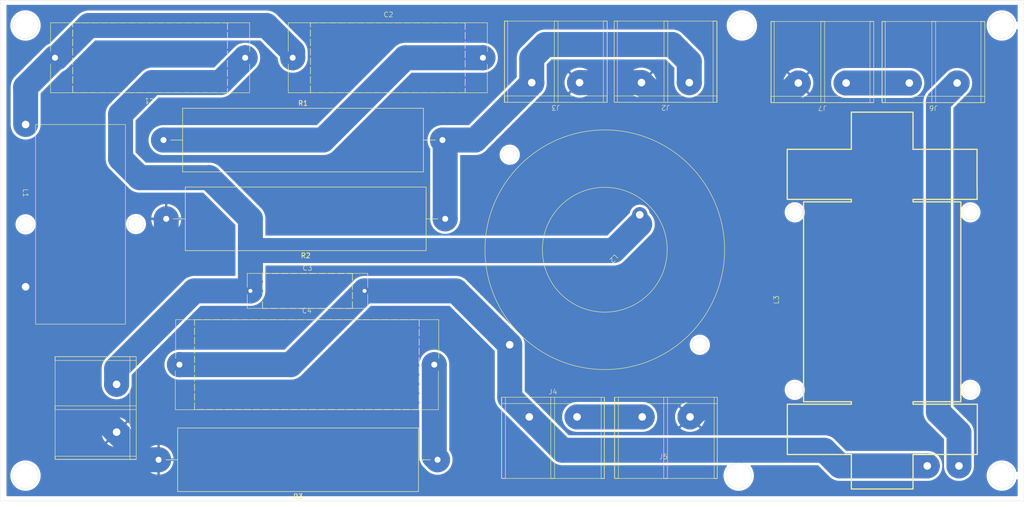
<source format=kicad_pcb>
(kicad_pcb (version 20240108) (generator "pcbnew") (generator_version "8.0")
  (layers (0 "F.Cu" signal) (31 "B.Cu" signal) (34 "B.Paste" user) (35 "F.Paste" user) (36 "B.SilkS" user "B.Silkscreen") (37 "F.SilkS" user "F.Silkscreen") (38 "B.Mask" user) (39 "F.Mask" user) (44 "Edge.Cuts" user))
  (net 0 "")
  (net 1 "IN+")
  (net 2 "Net-(J2-Pin_1)")
  (net 3 "IN-")
  (net 4 "Net-(J4-Pin_1)")
  (net 5 "Net-(J4-Pin_2)")
  (net 6 "Net-(J6-Pin_2)")
  (net 7 "Net-(C1-Pad2)")
  (net 8 "Net-(C2-Pad2)")
  (net 9 "Net-(C4-Pad2)")
  (net 10 "Net-(J6-Pin_1)")
  (footprint "stephenhouser:C_Audio_31x14" (layer "F.Cu") (at 77.027 35.674 180)
    (property "Reference" "C1" (at 19.177 -8.636 180) (layer "F.SilkS") (effects (font (thickness 0.1))))
    (property "Value" "C")
    (fp_line (start 38.989 7.0125) (end 38.989 1.2625) (stroke (width 0.1)) (layer "F.SilkS"))
    (fp_line (start 38.989 -6.985) (end 38.989 -1.235) (stroke (width 0.1)) (layer "F.SilkS"))
    (fp_line (start -0.889 7.0125) (end 38.989 7.0125) (stroke (width 0.1)) (layer "F.SilkS"))
    (fp_line (start -0.889 1.2625) (end -0.889 7.0125) (stroke (width 0.1)) (layer "F.SilkS"))
    (fp_line (start -0.889 -1.2625) (end -0.889 -7.0125) (stroke (width 0.1)) (layer "F.SilkS"))
    (fp_line (start -0.889 -7.0125) (end 38.989 -7.0125) (stroke (width 0.1)) (layer "F.SilkS"))
    (fp_rect (start 3.55 -7) (end 34.55 7) (stroke (width 0.125) (type dash)) (fill none) (layer "F.SilkS"))
    (pad "1" thru_hole circle (at 0 0 180) (size 5 5) (drill 1.2) (layers "*.Cu" "*.Mask") (net 1 "IN+"))
    (pad "2" thru_hole circle (at 38.1 0 180) (size 5 5) (drill 1.2) (layers "*.Cu" "*.Mask") (net 7 "Net-(C1-Pad2)"))
  )
  (footprint "stephenhouser:L_Audio_D40_W18_Vertical" (layer "F.Cu") (at 33.045 49.047 -90)
    (property "Reference" "L1" (at 13.716 0 -90) (layer "F.SilkS") (effects (font (thickness 0.1))))
    (property "Value" "L")
    (fp_rect (start 0 -20) (end 40 -2) (stroke (width 0.1)) (fill none) (layer "F.SilkS"))
    (fp_circle (center 20 0) (end 21.524 0) (stroke (width 0.05)) (fill none) (layer "Edge.Cuts"))
    (fp_circle (center 19.939 -22.098) (end 21.463 -22.098) (stroke (width 0.05)) (fill none) (layer "Edge.Cuts"))
    (pad "1" thru_hole circle (at 0 0 270) (size 3.048 3.048) (drill 1.524) (layers "*.Cu" "*.Mask") (net 7 "Net-(C1-Pad2)"))
    (pad "2" thru_hole circle (at 32.512 0 270) (size 3.048 3.048) (drill 1.524) (layers "*.Cu" "*.Mask") (net 3 "IN-"))
  )
  (footprint "stephenhouser:L_Audio_61x38_Iron" (layer "F.Cu") (at 220.018 117.436 90)
    (property "Reference" "L3" (at 33.274 -36.576 90) (layer "F.SilkS") (effects (font (thickness 0.1))))
    (property "Value" "L")
    (fp_poly (pts (xy 63.416858 -21.556288) (xy 70.866 -21.556288) (xy 70.866 -9.202521) (xy 63.416858 -9.202521) (xy 63.416858 3.621507) (xy 55.36307 3.621507) (xy 55.36307 3.646822) (xy 53.387484 3.646822) (xy 53.387484 -9.202521) (xy 52.885188 -9.202521) (xy 52.885188 0.373125) (xy 12.854556 0.373125) (xy 12.854556 -9.202521) (xy 12.355884 -9.202521) (xy 12.355884 3.671632) (xy 2.288798 3.671632) (xy 2.288798 -9.202521) (xy -4.62293 -9.202521) (xy -4.62293 -21.556288) (xy 2.288798 -21.556288) (xy 2.288798 -34.380827) (xy 12.355884 -34.380827) (xy 12.355884 -21.556288) (xy 12.854556 -21.556288) (xy 12.854556 -31.131926) (xy 52.885188 -31.131926) (xy 52.885188 -21.556288) (xy 53.387484 -21.556288) (xy 53.387484 -34.405631) (xy 63.416858 -34.405631)) (stroke (width 0.25)) (fill none) (layer "F.SilkS"))
    (fp_circle (center 50.8 -32.893) (end 52.324 -32.893) (stroke (width 0.05)) (fill none) (layer "Edge.Cuts"))
    (fp_circle (center 15.24 -32.893) (end 16.764 -32.893) (stroke (width 0.05)) (fill none) (layer "Edge.Cuts"))
    (fp_circle (center 50.8 2.286) (end 52.324 2.286) (stroke (width 0.05)) (fill none) (layer "Edge.Cuts"))
    (fp_circle (center 15.24 2.286) (end 16.764 2.286) (stroke (width 0.05)) (fill none) (layer "Edge.Cuts"))
    (pad "1" thru_hole circle (at 0 -6.35 90) (size 5 5) (drill 1.524) (layers "*.Cu" "*.Mask") (net 4 "Net-(J4-Pin_1)"))
    (pad "2" thru_hole circle (at 0 0 90) (size 5 5) (drill 1.524) (layers "*.Cu" "*.Mask") (net 10 "Net-(J6-Pin_1)"))
  )
  (footprint "Resistor_THT:R_Axial_Power_L48.0mm_W12.5mm_P55.88mm" (layer "F.Cu") (at 60.675 52.161)
    (property "Reference" "R1" (at 27.94 -7.37 0) (layer "F.SilkS"))
    (property "Value" "R")
    (fp_line (start 1.44 0) (end 3.82 0) (stroke (width 0.12)) (layer "F.SilkS"))
    (fp_line (start 3.82 -6.37) (end 3.82 6.37) (stroke (width 0.12)) (layer "F.SilkS"))
    (fp_line (start 3.82 6.37) (end 52.06 6.37) (stroke (width 0.12)) (layer "F.SilkS"))
    (fp_line (start 52.06 -6.37) (end 3.82 -6.37) (stroke (width 0.12)) (layer "F.SilkS"))
    (fp_line (start 52.06 6.37) (end 52.06 -6.37) (stroke (width 0.12)) (layer "F.SilkS"))
    (fp_line (start 54.44 0) (end 52.06 0) (stroke (width 0.12)) (layer "F.SilkS"))
    (pad "1" thru_hole circle (at 0 0) (size 5 5) (drill 1.2) (layers "*.Cu" "*.Mask") (net 8 "Net-(C2-Pad2)"))
    (pad "2" thru_hole oval (at 55.88 0) (size 5 5) (drill 1.2) (layers "*.Cu" "*.Mask") (net 2 "Net-(J2-Pin_1)"))
  )
  (footprint "Resistor_THT:R_Axial_Power_L48.0mm_W12.5mm_P55.88mm" (layer "F.Cu") (at 115.565 116.205 180)
    (property "Reference" "R3" (at 27.94 -7.37 0) (layer "F.SilkS"))
    (property "Value" "R")
    (fp_line (start 54.44 0) (end 52.06 0) (stroke (width 0.12)) (layer "F.SilkS"))
    (fp_line (start 52.06 6.37) (end 52.06 -6.37) (stroke (width 0.12)) (layer "F.SilkS"))
    (fp_line (start 52.06 -6.37) (end 3.82 -6.37) (stroke (width 0.12)) (layer "F.SilkS"))
    (fp_line (start 3.82 6.37) (end 52.06 6.37) (stroke (width 0.12)) (layer "F.SilkS"))
    (fp_line (start 3.82 -6.37) (end 3.82 6.37) (stroke (width 0.12)) (layer "F.SilkS"))
    (fp_line (start 1.44 0) (end 3.82 0) (stroke (width 0.12)) (layer "F.SilkS"))
    (pad "1" thru_hole circle (at 0 0 180) (size 5 5) (drill 1.2) (layers "*.Cu" "*.Mask") (net 9 "Net-(C4-Pad2)"))
    (pad "2" thru_hole oval (at 55.88 0 180) (size 5 5) (drill 1.2) (layers "*.Cu" "*.Mask") (net 3 "IN-"))
  )
  (footprint "stephenhouser:screw_terminal_01x02_p9.5mm" (layer "F.Cu") (at 128.5325 119.8127)
    (property "Reference" "J4" (at 10.16 -17.2132 0) (layer "F.SilkS") (effects (font (thickness 0.1))))
    (property "Value" "MF1")
    (fp_rect (start -0.127 -16.129) (end 0.635 0.127) (stroke (width 0.1)) (fill none) (layer "F.SilkS"))
    (fp_rect (start -0.127 -16.129) (end 20.447 -14.859) (stroke (width 0.1)) (fill none) (layer "F.SilkS"))
    (fp_rect (start -0.127 -16.129) (end 20.447 0.127) (stroke (width 0.1)) (fill none) (layer "F.SilkS"))
    (fp_rect (start 9.7155 -16.129) (end 10.4775 0.127) (stroke (width 0.1)) (fill none) (layer "F.SilkS"))
    (fp_rect (start 19.812 -16.129) (end 20.447 0.127) (stroke (width 0.1)) (fill none) (layer "F.SilkS"))
    (pad "1" thru_hole circle (at 5.4102 -12.192) (size 5 5) (drill 1.524) (layers "*.Cu" "*.Mask") (net 4 "Net-(J4-Pin_1)"))
    (pad "2" thru_hole circle (at 14.986 -12.192) (size 5 5) (drill 1.524) (layers "*.Cu" "*.Mask") (net 5 "Net-(J4-Pin_2)"))
  )
  (footprint "stephenhouser:screw_terminal_01x02_p9.5mm" (layer "F.Cu") (at 149.421 28.464 180)
    (property "Reference" "J3" (at 10.16 -17.2132 180) (layer "F.SilkS") (effects (font (thickness 0.1))))
    (property "Value" "HF2")
    (fp_rect (start 19.812 -16.129) (end 20.447 0.127) (stroke (width 0.1)) (fill none) (layer "F.SilkS"))
    (fp_rect (start 9.7155 -16.129) (end 10.4775 0.127) (stroke (width 0.1)) (fill none) (layer "F.SilkS"))
    (fp_rect (start -0.127 -16.129) (end 20.447 0.127) (stroke (width 0.1)) (fill none) (layer "F.SilkS"))
    (fp_rect (start -0.127 -16.129) (end 20.447 -14.859) (stroke (width 0.1)) (fill none) (layer "F.SilkS"))
    (fp_rect (start -0.127 -16.129) (end 0.635 0.127) (stroke (width 0.1)) (fill none) (layer "F.SilkS"))
    (pad "1" thru_hole circle (at 5.4102 -12.192 180) (size 5 5) (drill 1.524) (layers "*.Cu" "*.Mask") (net 3 "IN-"))
    (pad "2" thru_hole circle (at 14.986 -12.192 180) (size 5 5) (drill 1.524) (layers "*.Cu" "*.Mask") (net 2 "Net-(J2-Pin_1)"))
  )
  (footprint "stephenhouser:L_Audio_D48_W16_Horizontal" (layer "F.Cu") (at 149.067207 74.133907 -135)
    (property "Reference" "L2" (at 0 -2.54 -135) (layer "F.SilkS") (effects (font (thickness 0.1))))
    (property "Value" "L")
    (fp_circle (center 0 0) (end 24 0) (stroke (width 0.1)) (fill none) (layer "F.SilkS"))
    (fp_circle (center 0 0) (end 12.5 0) (stroke (width 0.1)) (fill none) (layer "F.SilkS"))
    (fp_circle (center 0 26.924) (end 1.524 26.924) (stroke (width 0.05)) (fill none) (layer "Edge.Cuts"))
    (fp_circle (center 0 -26.924) (end 1.524 -26.924) (stroke (width 0.05)) (fill none) (layer "Edge.Cuts"))
    (pad "1" thru_hole circle (at -9.906 0 225) (size 3.048 3.048) (drill 1.524) (layers "*.Cu" "*.Mask") (net 1 "IN+"))
    (pad "2" thru_hole circle (at 26.924 0 225) (size 3.048 3.048) (drill 1.524) (layers "*.Cu" "*.Mask") (net 4 "Net-(J4-Pin_1)"))
  )
  (footprint "stephenhouser:screw_terminal_01x02_p9.5mm" (layer "F.Cu") (at 39.078 95.6827 -90)
    (property "Reference" "J1" (hide yes))
    (property "Value" "IN")
    (fp_rect (start -0.127 -16.129) (end 0.635 0.127) (stroke (width 0.1)) (fill none) (layer "F.SilkS"))
    (fp_rect (start -0.127 -16.129) (end 20.447 0.127) (stroke (width 0.1)) (fill none) (layer "F.SilkS"))
    (fp_rect (start -0.127 -16.129) (end 20.447 -14.859) (stroke (width 0.1)) (fill none) (layer "F.SilkS"))
    (fp_rect (start 9.7155 -16.129) (end 10.4775 0.127) (stroke (width 0.1)) (fill none) (layer "F.SilkS"))
    (fp_rect (start 19.812 -16.129) (end 20.447 0.127) (stroke (width 0.1)) (fill none) (layer "F.SilkS"))
    (pad "1" thru_hole circle (at 5.4102 -12.192 270) (size 5 5) (drill 1.524) (layers "*.Cu" "*.Mask") (net 1 "IN+"))
    (pad "2" thru_hole circle (at 14.986 -12.192 270) (size 5 5) (drill 1.524) (layers "*.Cu" "*.Mask") (net 3 "IN-"))
  )
  (footprint "stephenhouser:C_Audio_31x14" (layer "F.Cu") (at 86.552 35.674)
    (property "Reference" "C2" (at 19.177 -8.636 0) (layer "F.SilkS") (effects (font (thickness 0.1))))
    (property "Value" "C")
    (fp_line (start -0.889 -7.0125) (end 38.989 -7.0125) (stroke (width 0.1)) (layer "F.SilkS"))
    (fp_line (start -0.889 -1.2625) (end -0.889 -7.0125) (stroke (width 0.1)) (layer "F.SilkS"))
    (fp_line (start -0.889 1.2625) (end -0.889 7.0125) (stroke (width 0.1)) (layer "F.SilkS"))
    (fp_line (start -0.889 7.0125) (end 38.989 7.0125) (stroke (width 0.1)) (layer "F.SilkS"))
    (fp_line (start 38.989 -6.985) (end 38.989 -1.235) (stroke (width 0.1)) (layer "F.SilkS"))
    (fp_line (start 38.989 7.0125) (end 38.989 1.2625) (stroke (width 0.1)) (layer "F.SilkS"))
    (fp_rect (start 3.55 -7) (end 34.55 7) (stroke (width 0.125) (type dash)) (fill none) (layer "F.SilkS"))
    (pad "1" thru_hole circle (at 0 0) (size 5 5) (drill 1.2) (layers "*.Cu" "*.Mask") (net 7 "Net-(C1-Pad2)"))
    (pad "2" thru_hole circle (at 38.1 0) (size 5 5) (drill 1.2) (layers "*.Cu" "*.Mask") (net 8 "Net-(C2-Pad2)"))
  )
  (footprint "stephenhouser:screw_terminal_01x02_p9.5mm" (layer "F.Cu") (at 202.8203 28.537 180)
    (property "Reference" "J7" (at 10.16 -17.2132 180) (layer "F.SilkS") (effects (font (thickness 0.1))))
    (property "Value" "LF2")
    (fp_rect (start 19.812 -16.129) (end 20.447 0.127) (stroke (width 0.1)) (fill none) (layer "F.SilkS"))
    (fp_rect (start 9.7155 -16.129) (end 10.4775 0.127) (stroke (width 0.1)) (fill none) (layer "F.SilkS"))
    (fp_rect (start -0.127 -16.129) (end 20.447 0.127) (stroke (width 0.1)) (fill none) (layer "F.SilkS"))
    (fp_rect (start -0.127 -16.129) (end 20.447 -14.859) (stroke (width 0.1)) (fill none) (layer "F.SilkS"))
    (fp_rect (start -0.127 -16.129) (end 0.635 0.127) (stroke (width 0.1)) (fill none) (layer "F.SilkS"))
    (pad "1" thru_hole circle (at 5.4102 -12.192 180) (size 5 5) (drill 1.524) (layers "*.Cu" "*.Mask") (net 6 "Net-(J6-Pin_2)"))
    (pad "2" thru_hole circle (at 14.986 -12.192 180) (size 5 5) (drill 1.524) (layers "*.Cu" "*.Mask") (net 3 "IN-"))
  )
  (footprint "stephenhouser:screw_terminal_01x02_p9.5mm" (layer "F.Cu") (at 151.1575 119.8127)
    (property "Reference" "J5" (at 9.66 -4.2132 0) (layer "F.SilkS") (effects (font (thickness 0.1))))
    (property "Value" "MF2")
    (fp_rect (start -0.127 -16.129) (end 0.635 0.127) (stroke (width 0.1)) (fill none) (layer "F.SilkS"))
    (fp_rect (start -0.127 -16.129) (end 20.447 -14.859) (stroke (width 0.1)) (fill none) (layer "F.SilkS"))
    (fp_rect (start -0.127 -16.129) (end 20.447 0.127) (stroke (width 0.1)) (fill none) (layer "F.SilkS"))
    (fp_rect (start 9.7155 -16.129) (end 10.4775 0.127) (stroke (width 0.1)) (fill none) (layer "F.SilkS"))
    (fp_rect (start 19.812 -16.129) (end 20.447 0.127) (stroke (width 0.1)) (fill none) (layer "F.SilkS"))
    (pad "1" thru_hole circle (at 5.4102 -12.192) (size 5 5) (drill 1.524) (layers "*.Cu" "*.Mask") (net 5 "Net-(J4-Pin_2)"))
    (pad "2" thru_hole circle (at 14.986 -12.192) (size 5 5) (drill 1.524) (layers "*.Cu" "*.Mask") (net 3 "IN-"))
  )
  (footprint "stephenhouser:C_Audio_45x18" (layer "F.Cu") (at 63.8605 97.155)
    (property "Reference" "C4" (at 25.527 -10.795 0) (layer "F.SilkS") (effects (font (thickness 0.1))))
    (property "Value" "C")
    (fp_line (start -0.8255 1.267) (end -0.8255 9.017) (stroke (width 0.1)) (layer "F.SilkS"))
    (fp_line (start -0.8255 9.017) (end 51.8795 9.017) (stroke (width 0.1)) (layer "F.SilkS"))
    (fp_line (start -0.762 -9.017) (end 51.943 -9.017) (stroke (width 0.1)) (layer "F.SilkS"))
    (fp_line (start -0.762 -1.267) (end -0.762 -9.017) (stroke (width 0.1)) (layer "F.SilkS"))
    (fp_line (start 51.8795 9.017) (end 51.8795 1.267) (stroke (width 0.1)) (layer "F.SilkS"))
    (fp_line (start 51.943 -9.017) (end 51.943 -1.267) (stroke (width 0.1)) (layer "F.SilkS"))
    (fp_rect (start 3.027 -9) (end 48.027 9) (stroke (width 0.125) (type dash)) (fill none) (layer "F.SilkS"))
    (pad "1" thru_hole circle (at 0 0) (size 5 5) (drill 1.2) (layers "*.Cu" "*.Mask") (net 4 "Net-(J4-Pin_1)"))
    (pad "2" thru_hole circle (at 51.054 0) (size 5 5) (drill 1.2) (layers "*.Cu" "*.Mask") (net 9 "Net-(C4-Pad2)"))
  )
  (footprint "stephenhouser:screw_terminal_01x02_p9.5mm" (layer "F.Cu") (at 225.0585 28.537 180)
    (property "Reference" "J6" (at 10.16 -17.2132 180) (layer "F.SilkS") (effects (font (thickness 0.1))))
    (property "Value" "LF1")
    (fp_rect (start 19.812 -16.129) (end 20.447 0.127) (stroke (width 0.1)) (fill none) (layer "F.SilkS"))
    (fp_rect (start 9.7155 -16.129) (end 10.4775 0.127) (stroke (width 0.1)) (fill none) (layer "F.SilkS"))
    (fp_rect (start -0.127 -16.129) (end 20.447 0.127) (stroke (width 0.1)) (fill none) (layer "F.SilkS"))
    (fp_rect (start -0.127 -16.129) (end 20.447 -14.859) (stroke (width 0.1)) (fill none) (layer "F.SilkS"))
    (fp_rect (start -0.127 -16.129) (end 0.635 0.127) (stroke (width 0.1)) (fill none) (layer "F.SilkS"))
    (pad "1" thru_hole circle (at 5.4102 -12.192 180) (size 5 5) (drill 1.524) (layers "*.Cu" "*.Mask") (net 10 "Net-(J6-Pin_1)"))
    (pad "2" thru_hole circle (at 14.986 -12.192 180) (size 5 5) (drill 1.524) (layers "*.Cu" "*.Mask") (net 6 "Net-(J6-Pin_2)"))
  )
  (footprint "Resistor_THT:R_Axial_Power_L48.0mm_W12.5mm_P55.88mm" (layer "F.Cu") (at 117.095 67.945 180)
    (property "Reference" "R2" (at 27.94 -7.37 0) (layer "F.SilkS"))
    (property "Value" "R")
    (fp_line (start 54.44 0) (end 52.06 0) (stroke (width 0.12)) (layer "F.SilkS"))
    (fp_line (start 52.06 6.37) (end 52.06 -6.37) (stroke (width 0.12)) (layer "F.SilkS"))
    (fp_line (start 52.06 -6.37) (end 3.82 -6.37) (stroke (width 0.12)) (layer "F.SilkS"))
    (fp_line (start 3.82 6.37) (end 52.06 6.37) (stroke (width 0.12)) (layer "F.SilkS"))
    (fp_line (start 3.82 -6.37) (end 3.82 6.37) (stroke (width 0.12)) (layer "F.SilkS"))
    (fp_line (start 1.44 0) (end 3.82 0) (stroke (width 0.12)) (layer "F.SilkS"))
    (pad "1" thru_hole circle (at 0 0 180) (size 5 5) (drill 1.2) (layers "*.Cu" "*.Mask") (net 2 "Net-(J2-Pin_1)"))
    (pad "2" thru_hole oval (at 55.88 0 180) (size 5 5) (drill 1.2) (layers "*.Cu" "*.Mask") (net 3 "IN-"))
  )
  (footprint "stephenhouser:screw_terminal_01x02_p9.5mm" (layer "F.Cu") (at 171.4045 28.464 180)
    (property "Reference" "J2" (at 10.16 -17.2132 180) (layer "F.SilkS") (effects (font (thickness 0.1))))
    (property "Value" "HF1")
    (fp_rect (start 19.812 -16.129) (end 20.447 0.127) (stroke (width 0.1)) (fill none) (layer "F.SilkS"))
    (fp_rect (start 9.7155 -16.129) (end 10.4775 0.127) (stroke (width 0.1)) (fill none) (layer "F.SilkS"))
    (fp_rect (start -0.127 -16.129) (end 20.447 0.127) (stroke (width 0.1)) (fill none) (layer "F.SilkS"))
    (fp_rect (start -0.127 -16.129) (end 20.447 -14.859) (stroke (width 0.1)) (fill none) (layer "F.SilkS"))
    (fp_rect (start -0.127 -16.129) (end 0.635 0.127) (stroke (width 0.1)) (fill none) (layer "F.SilkS"))
    (pad "1" thru_hole circle (at 5.4102 -12.192 180) (size 5 5) (drill 1.524) (layers "*.Cu" "*.Mask") (net 2 "Net-(J2-Pin_1)"))
    (pad "2" thru_hole circle (at 14.986 -12.192 180) (size 5 5) (drill 1.524) (layers "*.Cu" "*.Mask") (net 3 "IN-"))
  )
  (footprint "stephenhouser:C_Audio_18x07" (layer "F.Cu") (at 78.08 82.3767)
    (property "Reference" "C3" (at 11.43 -4.572 0) (layer "F.SilkS") (effects (font (thickness 0.1))))
    (property "Value" "C")
    (fp_line (start -0.635 -3.5) (end 23.495 -3.5) (stroke (width 0.1)) (layer "F.SilkS"))
    (fp_line (start -0.635 -0.706) (end -0.635 -3.506) (stroke (width 0.1)) (layer "F.SilkS"))
    (fp_line (start -0.635 0.706) (end -0.635 3.506) (stroke (width 0.1)) (layer "F.SilkS"))
    (fp_line (start -0.635 3.5) (end 23.495 3.5) (stroke (width 0.1)) (layer "F.SilkS"))
    (fp_line (start 23.495 -3.5) (end 23.495 -0.7) (stroke (width 0.1)) (layer "F.SilkS"))
    (fp_line (start 23.495 3.5) (end 23.495 0.7) (stroke (width 0.1)) (layer "F.SilkS"))
    (fp_rect (start 2.43 -3.5) (end 20.43 3.5) (stroke (width 0.125) (type dash)) (fill none) (layer "F.SilkS"))
    (pad "1" thru_hole circle (at 0 0) (size 5 5) (drill 0.8) (layers "*.Cu" "*.Mask") (net 1 "IN+"))
    (pad "2" thru_hole circle (at 22.86 0) (size 5 5) (drill 0.8) (layers "*.Cu" "*.Mask") (net 4 "Net-(J4-Pin_1)"))
  )
  (gr_circle (center 228.6 119.38) (end 228.6 121.92) (stroke (width 0.05)) (fill none) (layer "Edge.Cuts"))
  (gr_circle (center 175.895 119.38) (end 175.895 116.84) (stroke (width 0.05)) (fill none) (layer "Edge.Cuts"))
  (gr_circle (center 33.02 119.38) (end 33.02 116.84) (stroke (width 0.05)) (fill none) (layer "Edge.Cuts"))
  (gr_rect (start 27.94 24.13) (end 233.045 124.46) (stroke (width 0.05)) (fill none) (layer "Edge.Cuts"))
  (gr_circle (center 33.02 29.21) (end 33.02 26.67) (stroke (width 0.05)) (fill none) (layer "Edge.Cuts"))
  (gr_circle (center 176.53 29.21) (end 176.53 31.75) (stroke (width 0.05)) (fill none) (layer "Edge.Cuts"))
  (gr_circle (center 228.6 29.21) (end 228.6 31.75) (stroke (width 0.05)) (fill none) (layer "Edge.Cuts"))
  (segment (start 58.42 40.64) (end 52.07 46.99) (width 5) (layer "B.Cu") (net 1))
  (segment (start 51.27 101.0929) (end 51.27 97.955) (width 5) (layer "B.Cu") (net 1))
  (segment (start 66.8483 82.3767) (end 78.08 82.3767) (width 5) (layer "B.Cu") (net 1))
  (segment (start 150.811114 74.295) (end 78.715 74.295) (width 5) (layer "B.Cu") (net 1))
  (segment (start 55.88 59.69) (end 69.85 59.69) (width 5) (layer "B.Cu") (net 1))
  (segment (start 69.85 59.69) (end 78.08 67.92) (width 5) (layer "B.Cu") (net 1))
  (segment (start 72.061 40.64) (end 58.42 40.64) (width 5) (layer "B.Cu") (net 1))
  (segment (start 156.071807 69.034307) (end 150.811114 74.295) (width 5) (layer "B.Cu") (net 1))
  (segment (start 78.08 67.92) (end 78.08 82.3767) (width 5) (layer "B.Cu") (net 1))
  (segment (start 52.07 46.99) (end 52.07 55.88) (width 5) (layer "B.Cu") (net 1))
  (segment (start 51.27 97.955) (end 66.8483 82.3767) (width 5) (layer "B.Cu") (net 1))
  (segment (start 78.08 82.3767) (end 78.08 73.66) (width 5) (layer "B.Cu") (net 1))
  (segment (start 78.715 74.295) (end 78.08 73.66) (width 5) (layer "B.Cu") (net 1))
  (segment (start 77.027 35.674) (end 72.061 40.64) (width 5) (layer "B.Cu") (net 1))
  (segment (start 52.07 55.88) (end 55.88 59.69) (width 5) (layer "B.Cu") (net 1))
  (segment (start 134.435 40.656) (end 134.435 40.825) (width 5) (layer "B.Cu") (net 2))
  (segment (start 123.099 52.161) (end 116.555 52.161) (width 5) (layer "B.Cu") (net 2))
  (segment (start 117.095 52.701) (end 116.555 52.161) (width 5) (layer "B.Cu") (net 2))
  (segment (start 134.435 35.745) (end 134.435 40.656) (width 5) (layer "B.Cu") (net 2))
  (segment (start 137.16 33.02) (end 134.435 35.745) (width 5) (layer "B.Cu") (net 2))
  (segment (start 134.435 40.825) (end 123.099 52.161) (width 5) (layer "B.Cu") (net 2))
  (segment (start 117.095 67.945) (end 117.095 52.701) (width 5) (layer "B.Cu") (net 2))
  (segment (start 165.9943 36.4543) (end 162.56 33.02) (width 5) (layer "B.Cu") (net 2))
  (segment (start 162.56 33.02) (end 137.16 33.02) (width 5) (layer "B.Cu") (net 2))
  (segment (start 165.9943 40.656) (end 165.9943 36.4543) (width 5) (layer "B.Cu") (net 2))
  (segment (start 55.601 81.559) (end 61.215 75.945) (width 5) (layer "B.Cu") (net 3))
  (segment (start 144.0108 40.656) (end 156.4185 40.656) (width 5) (layer "B.Cu") (net 3))
  (segment (start 166.1435 107.6207) (end 172.645685 101.118515) (width 5) (layer "B.Cu") (net 3))
  (segment (start 172.645685 101.118515) (end 172.645685 56.883185) (width 5) (layer "B.Cu") (net 3))
  (segment (start 172.645685 56.883185) (end 156.4185 40.656) (width 5) (layer "B.Cu") (net 3))
  (segment (start 51.27 110.6687) (end 33.045 92.4437) (width 5) (layer "B.Cu") (net 3))
  (segment (start 61.215 75.945) (end 61.215 67.945) (width 5) (layer "B.Cu") (net 3))
  (segment (start 33.045 92.4437) (end 33.045 81.559) (width 5) (layer "B.Cu") (net 3))
  (segment (start 59.685 116.205) (end 56.8063 116.205) (width 5) (layer "B.Cu") (net 3))
  (segment (start 33.045 81.559) (end 55.601 81.559) (width 5) (layer "B.Cu") (net 3))
  (segment (start 56.8063 116.205) (end 51.27 110.6687) (width 5) (layer "B.Cu") (net 3))
  (segment (start 172.645685 55.917615) (end 172.645685 56.883185) (width 5) (layer "B.Cu") (net 3))
  (segment (start 187.8343 40.729) (end 172.645685 55.917615) (width 5) (layer "B.Cu") (net 3))
  (segment (start 119.233714 82.3767) (end 130.029064 93.17205) (width 5) (layer "B.Cu") (net 4))
  (segment (start 140.622 114.3) (end 193.04 114.3) (width 5) (layer "B.Cu") (net 4))
  (segment (start 100.94 82.3767) (end 86.1617 97.155) (width 5) (layer "B.Cu") (net 4))
  (segment (start 130.029064 93.17205) (end 130.029064 103.707064) (width 5) (layer "B.Cu") (net 4))
  (segment (start 133.9427 107.6207) (end 140.622 114.3) (width 5) (layer "B.Cu") (net 4))
  (segment (start 86.1617 97.155) (end 63.8605 97.155) (width 5) (layer "B.Cu") (net 4))
  (segment (start 100.94 82.3767) (end 119.233714 82.3767) (width 5) (layer "B.Cu") (net 4))
  (segment (start 196.176 117.436) (end 213.668 117.436) (width 5) (layer "B.Cu") (net 4))
  (segment (start 193.04 114.3) (end 196.176 117.436) (width 5) (layer "B.Cu") (net 4))
  (segment (start 130.029064 103.707064) (end 133.9427 107.6207) (width 5) (layer "B.Cu") (net 4))
  (segment (start 143.5185 107.6207) (end 156.5677 107.6207) (width 5) (layer "B.Cu") (net 5))
  (segment (start 197.4101 40.729) (end 210.0725 40.729) (width 5) (layer "B.Cu") (net 6))
  (segment (start 33.045 41.556) (end 38.927 35.674) (width 5) (layer "B.Cu") (net 7))
  (segment (start 38.927 35.674) (end 39.256 35.674) (width 5) (layer "B.Cu") (net 7))
  (segment (start 45.72 29.21) (end 81.28 29.21) (width 5) (layer "B.Cu") (net 7))
  (segment (start 33.045 49.047) (end 33.045 41.556) (width 5) (layer "B.Cu") (net 7))
  (segment (start 81.28 29.21) (end 86.552 34.482) (width 5) (layer "B.Cu") (net 7))
  (segment (start 39.256 35.674) (end 45.72 29.21) (width 5) (layer "B.Cu") (net 7))
  (segment (start 86.552 34.482) (end 86.552 35.674) (width 5) (layer "B.Cu") (net 7))
  (segment (start 109.106 35.674) (end 92.619 52.161) (width 5) (layer "B.Cu") (net 8))
  (segment (start 124.652 35.674) (end 109.106 35.674) (width 5) (layer "B.Cu") (net 8))
  (segment (start 92.619 52.161) (end 60.675 52.161) (width 5) (layer "B.Cu") (net 8))
  (segment (start 114.9145 97.155) (end 114.9145 115.5545) (width 5) (layer "B.Cu") (net 9))
  (segment (start 114.9145 115.5545) (end 115.565 116.205) (width 5) (layer "B.Cu") (net 9))
  (segment (start 215.9 106.68) (end 220.018 110.798) (width 5) (layer "B.Cu") (net 10))
  (segment (start 215.9 44.4773) (end 215.9 106.68) (width 5) (layer "B.Cu") (net 10))
  (segment (start 219.6483 40.729) (end 215.9 44.4773) (width 5) (layer "B.Cu") (net 10))
  (segment (start 220.018 110.798) (end 220.018 117.436) (width 5) (layer "B.Cu") (net 10))
  (zone (net 3) (net_name "IN-") (layer "B.Cu") (connect_pads (clearance 0.5)) (min_thickness 0.25) (fill yes (thermal_gap 0.5) (thermal_bridge_width 0.5))
    (polygon (pts (xy 29.21 25.0825) (xy 231.775 25.0825) (xy 231.775 123.5075) (xy 29.21 123.5075)))
  )
)
</source>
